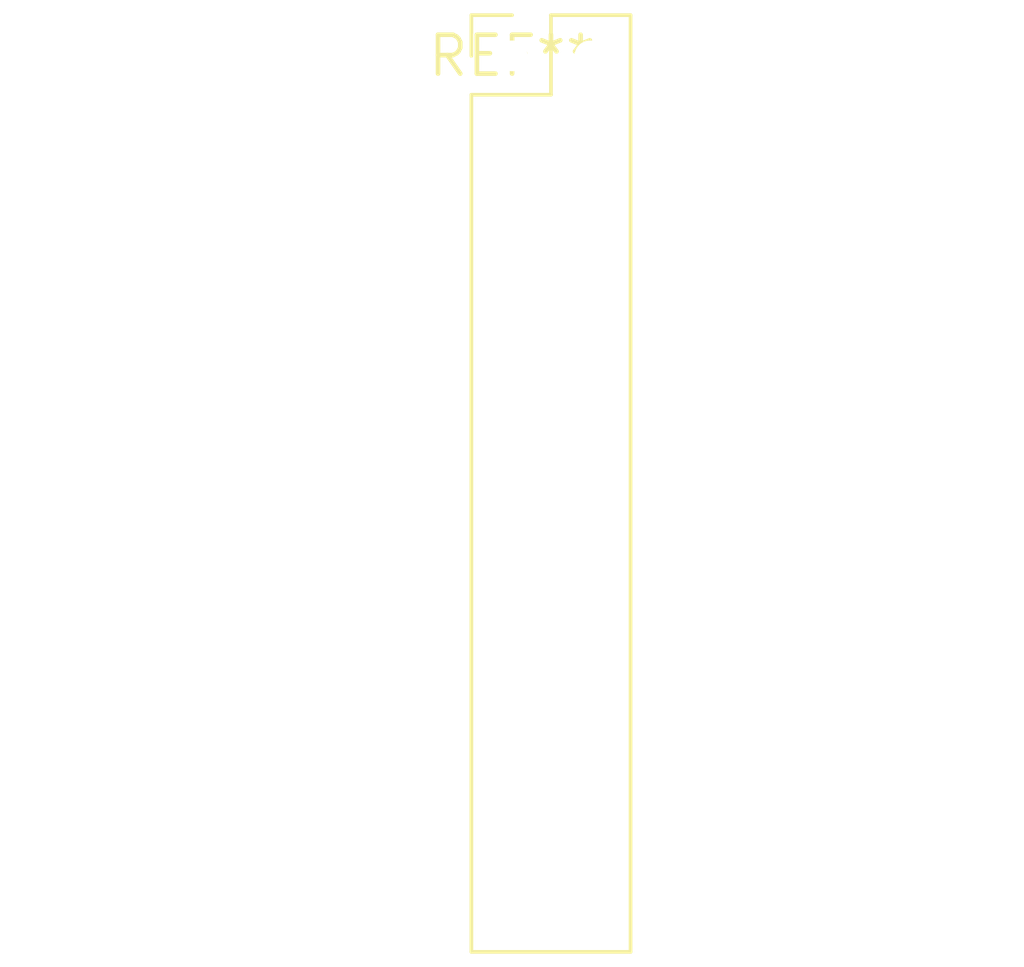
<source format=kicad_pcb>
(kicad_pcb (version 20240108) (generator pcbnew)
  (layers (0 "F.Cu" signal) (31 "B.Cu" signal) (34 "B.Paste" user) (35 "F.Paste" user) (36 "B.SilkS" user "B.Silkscreen") (37 "F.SilkS" user "F.Silkscreen") (38 "B.Mask" user) (39 "F.Mask" user) (44 "Edge.Cuts" user))
  (net 0 "")
  (footprint "PinHeader_2x12_P2.54mm_Vertical" (layer "F.Cu") (at 0 0)
    (property "Reference" "REF**")
    (property "Value" "PinHeader_2x12_P2.54mm_Vertical")
    (fp_line (start -1.33 -1.33) (end 0 -1.33) (layer "F.SilkS") (stroke (width 0.12)))
    (fp_line (start -1.33 0) (end -1.33 -1.33) (layer "F.SilkS") (stroke (width 0.12)))
    (fp_line (start -1.33 1.27) (end -1.33 29.27) (layer "F.SilkS") (stroke (width 0.12)))
    (fp_line (start -1.33 1.27) (end 1.27 1.27) (layer "F.SilkS") (stroke (width 0.12)))
    (fp_line (start -1.33 29.27) (end 3.87 29.27) (layer "F.SilkS") (stroke (width 0.12)))
    (fp_line (start 1.27 -1.33) (end 3.87 -1.33) (layer "F.SilkS") (stroke (width 0.12)))
    (fp_line (start 1.27 1.27) (end 1.27 -1.33) (layer "F.SilkS") (stroke (width 0.12)))
    (fp_line (start 3.87 -1.33) (end 3.87 29.27) (layer "F.SilkS") (stroke (width 0.12)))
    (pad "1" thru_hole rect (at 0 0) (size 1.7 1.7) (drill 1) (layers *.Cu *.Mask) (remove_unused_layers))
    (pad "2" thru_hole oval (at 2.54 0) (size 1.7 1.7) (drill 1) (layers *.Cu *.Mask) (remove_unused_layers))
    (pad "3" thru_hole oval (at 0 2.54) (size 1.7 1.7) (drill 1) (layers *.Cu *.Mask) (remove_unused_layers))
    (pad "4" thru_hole oval (at 2.54 2.54) (size 1.7 1.7) (drill 1) (layers *.Cu *.Mask) (remove_unused_layers))
    (pad "5" thru_hole oval (at 0 5.08) (size 1.7 1.7) (drill 1) (layers *.Cu *.Mask) (remove_unused_layers))
    (pad "6" thru_hole oval (at 2.54 5.08) (size 1.7 1.7) (drill 1) (layers *.Cu *.Mask) (remove_unused_layers))
    (pad "7" thru_hole oval (at 0 7.62) (size 1.7 1.7) (drill 1) (layers *.Cu *.Mask) (remove_unused_layers))
    (pad "8" thru_hole oval (at 2.54 7.62) (size 1.7 1.7) (drill 1) (layers *.Cu *.Mask) (remove_unused_layers))
    (pad "9" thru_hole oval (at 0 10.16) (size 1.7 1.7) (drill 1) (layers *.Cu *.Mask) (remove_unused_layers))
    (pad "10" thru_hole oval (at 2.54 10.16) (size 1.7 1.7) (drill 1) (layers *.Cu *.Mask) (remove_unused_layers))
    (pad "11" thru_hole oval (at 0 12.7) (size 1.7 1.7) (drill 1) (layers *.Cu *.Mask) (remove_unused_layers))
    (pad "12" thru_hole oval (at 2.54 12.7) (size 1.7 1.7) (drill 1) (layers *.Cu *.Mask) (remove_unused_layers))
    (pad "13" thru_hole oval (at 0 15.24) (size 1.7 1.7) (drill 1) (layers *.Cu *.Mask) (remove_unused_layers))
    (pad "14" thru_hole oval (at 2.54 15.24) (size 1.7 1.7) (drill 1) (layers *.Cu *.Mask) (remove_unused_layers))
    (pad "15" thru_hole oval (at 0 17.78) (size 1.7 1.7) (drill 1) (layers *.Cu *.Mask) (remove_unused_layers))
    (pad "16" thru_hole oval (at 2.54 17.78) (size 1.7 1.7) (drill 1) (layers *.Cu *.Mask) (remove_unused_layers))
    (pad "17" thru_hole oval (at 0 20.32) (size 1.7 1.7) (drill 1) (layers *.Cu *.Mask) (remove_unused_layers))
    (pad "18" thru_hole oval (at 2.54 20.32) (size 1.7 1.7) (drill 1) (layers *.Cu *.Mask) (remove_unused_layers))
    (pad "19" thru_hole oval (at 0 22.86) (size 1.7 1.7) (drill 1) (layers *.Cu *.Mask) (remove_unused_layers))
    (pad "20" thru_hole oval (at 2.54 22.86) (size 1.7 1.7) (drill 1) (layers *.Cu *.Mask) (remove_unused_layers))
    (pad "21" thru_hole oval (at 0 25.4) (size 1.7 1.7) (drill 1) (layers *.Cu *.Mask) (remove_unused_layers))
    (pad "22" thru_hole oval (at 2.54 25.4) (size 1.7 1.7) (drill 1) (layers *.Cu *.Mask) (remove_unused_layers))
    (pad "23" thru_hole oval (at 0 27.94) (size 1.7 1.7) (drill 1) (layers *.Cu *.Mask) (remove_unused_layers))
    (pad "24" thru_hole oval (at 2.54 27.94) (size 1.7 1.7) (drill 1) (layers *.Cu *.Mask) (remove_unused_layers))
  )
)
</source>
